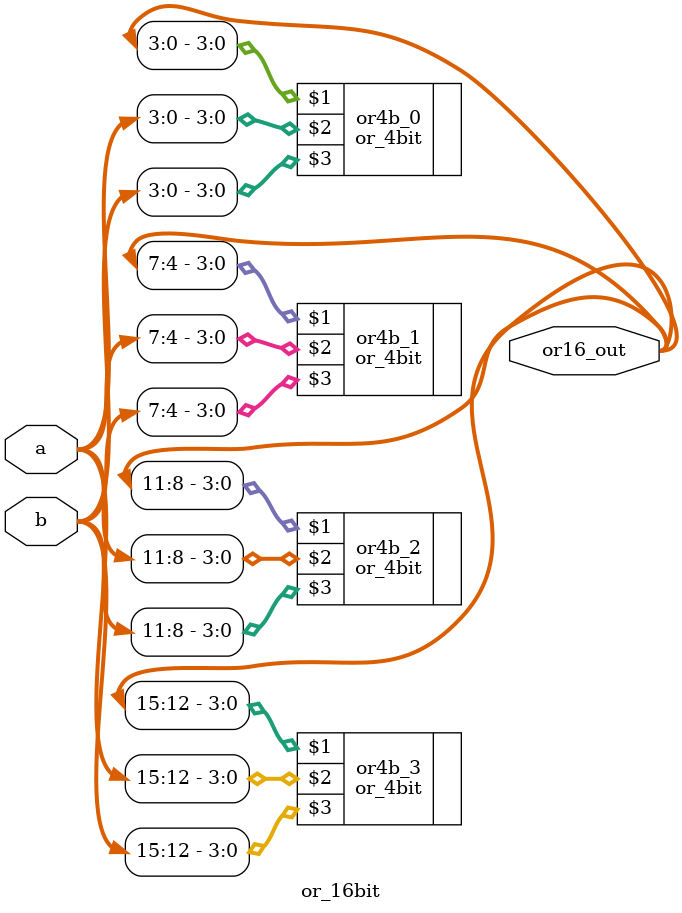
<source format=v>
module or_16bit(output [15:0]or16_out, input [15:0]a, b);//or operation occurs for 16-bits numbers
			or_4bit or4b_0(or16_out[3:0], a[3:0], b[3:0]);
			or_4bit or4b_1(or16_out[7:4], a[7:4], b[7:4]);
			or_4bit or4b_2(or16_out[11:8], a[11:8], b[11:8]);
			or_4bit or4b_3(or16_out[15:12], a[15:12], b[15:12]);
			
endmodule

</source>
